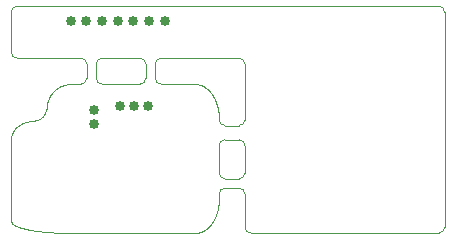
<source format=gbp>
G04*
G04 #@! TF.GenerationSoftware,Altium Limited,Altium Designer,23.10.1 (27)*
G04*
G04 Layer_Color=128*
%FSLAX44Y44*%
%MOMM*%
G71*
G04*
G04 #@! TF.SameCoordinates,CCD2D7E0-A0E0-4381-AC8D-D070E886EAC1*
G04*
G04*
G04 #@! TF.FilePolarity,Positive*
G04*
G01*
G75*
%ADD16C,0.0500*%
%ADD87C,0.8500*%
D16*
X198000Y143000D02*
G03*
X193000Y148000I-5000J0D01*
G01*
X198000Y33000D02*
G03*
X193000Y38000I-5000J0D01*
G01*
Y46000D02*
G03*
X198000Y51000I0J5000D01*
G01*
X198000Y74000D02*
G03*
X193000Y79000I-5000J0D01*
G01*
X193000Y91000D02*
G03*
X198000Y96000I0J5000D01*
G01*
X198000Y5000D02*
G03*
X203000Y0I5000J0D01*
G01*
X64000Y143000D02*
G03*
X59000Y148000I-5000J0D01*
G01*
X77000D02*
G03*
X72000Y143000I0J-5000D01*
G01*
X0Y153000D02*
G03*
X5000Y148000I5000J0D01*
G01*
X127000Y148000D02*
G03*
X122000Y143000I0J-5000D01*
G01*
X114000D02*
G03*
X109000Y148000I-5000J0D01*
G01*
X5000Y192000D02*
G03*
X0Y187000I0J-5000D01*
G01*
X367000D02*
G03*
X362000Y192000I-5000J0D01*
G01*
Y0D02*
G03*
X367000Y5000I0J5000D01*
G01*
X122000Y131000D02*
G03*
X127000Y126000I5000J0D01*
G01*
X59000D02*
G03*
X64000Y131000I0J5000D01*
G01*
X109000Y126000D02*
G03*
X114000Y131000I0J5000D01*
G01*
X72000Y131000D02*
G03*
X77000Y126000I5000J0D01*
G01*
X181000Y79000D02*
G03*
X176000Y74000I0J-5000D01*
G01*
X176000Y96000D02*
G03*
X181000Y91000I5000J0D01*
G01*
X181000Y38000D02*
G03*
X176000Y33000I0J-5000D01*
G01*
X176000Y51000D02*
G03*
X181000Y46000I5000J0D01*
G01*
X20000Y95000D02*
G03*
X30000Y105000I0J10000D01*
G01*
X0Y153000D02*
X0Y187000D01*
X203000Y0D02*
X362000D01*
X64000Y143045D02*
X64000Y131000D01*
X72000Y143000D02*
X72000Y131000D01*
X114000Y143000D02*
X114000Y131000D01*
X122000Y143000D02*
X122000Y131000D01*
X127000Y148000D02*
X193000D01*
X198000Y143000D02*
X198000Y96000D01*
X181000Y91000D02*
X193000D01*
X192000Y79000D02*
X193000D01*
X181000D02*
X192000D01*
X181000Y46000D02*
X193011D01*
X181000Y38000D02*
X193000D01*
X198000Y5000D02*
Y30000D01*
Y33000D01*
Y51000D02*
Y74000D01*
X77000Y148000D02*
X109000D01*
X5000Y148000D02*
X59000D01*
X5000Y192000D02*
X362000Y192000D01*
X367000Y5000D02*
Y187000D01*
X77000Y126000D02*
X109000D01*
X176000Y51000D02*
Y74000D01*
Y30000D02*
Y33000D01*
X127000Y126000D02*
X156000D01*
X175990Y29058D02*
X175998Y29529D01*
X175879Y26708D02*
X175911Y27177D01*
X175800Y25773D02*
X175842Y26240D01*
X175754Y25307D02*
X175800Y25773D01*
X175842Y26240D02*
X175879Y26708D01*
X175978Y28587D02*
X175990Y29058D01*
X175702Y24842D02*
X175754Y25307D01*
X175646Y24379D02*
X175702Y24842D01*
X175961Y28116D02*
X175978Y28587D01*
X175584Y23916D02*
X175646Y24379D01*
X175938Y27646D02*
X175961Y28116D01*
X175911Y27177D02*
X175938Y27646D01*
X175518Y23456D02*
X175584Y23916D01*
X173215Y14729D02*
X173373Y15136D01*
X173526Y15547D01*
X174228Y17655D02*
X174355Y18086D01*
X174097Y17227D02*
X174228Y17655D01*
X173960Y16802D02*
X174097Y17227D01*
X173053Y14325D02*
X173215Y14729D01*
X172887Y13925D02*
X173053Y14325D01*
X173820Y16380D02*
X173960Y16802D01*
X173675Y15962D02*
X173820Y16380D01*
X173526Y15547D02*
X173675Y15962D01*
X174596Y18956D02*
X174709Y19396D01*
X174922Y20282D02*
X175021Y20729D01*
X175447Y22997D02*
X175518Y23456D01*
X175372Y22539D02*
X175447Y22997D01*
X174818Y19838D02*
X174922Y20282D01*
X174709Y19396D02*
X174818Y19838D01*
X175291Y22084D02*
X175372Y22539D01*
X175206Y21630D02*
X175291Y22084D01*
X174478Y18520D02*
X174596Y18956D01*
X175116Y21179D02*
X175206Y21630D01*
X174355Y18086D02*
X174478Y18520D01*
X175021Y20729D02*
X175116Y21179D01*
X168008Y6010D02*
X168258Y6295D01*
X168748Y6885D02*
X168989Y7188D01*
X170142Y8787D02*
X170362Y9123D01*
X168505Y6587D02*
X168748Y6885D01*
X169918Y8456D02*
X170142Y8787D01*
X168258Y6295D02*
X168505Y6587D01*
X169691Y8131D02*
X169918Y8456D01*
X169460Y7811D02*
X169691Y8131D01*
X167756Y5730D02*
X168008Y6010D01*
X169226Y7497D02*
X169460Y7811D01*
X168989Y7188D02*
X169226Y7497D01*
X170362Y9123D02*
X170579Y9464D01*
X167242Y5188D02*
X167500Y5455D01*
X165909Y3941D02*
X166181Y4178D01*
X165635Y3711D02*
X165909Y3941D01*
X165359Y3487D02*
X165635Y3711D01*
X166980Y4926D02*
X167242Y5188D01*
X166716Y4670D02*
X166980Y4926D01*
X165080Y3270D02*
X165359Y3487D01*
X164799Y3059D02*
X165080Y3270D01*
X166450Y4421D02*
X166716Y4670D01*
X164516Y2855D02*
X164799Y3059D01*
X166181Y4178D02*
X166450Y4421D01*
X167500Y5455D02*
X167756Y5730D01*
X162180Y1468D02*
X162478Y1618D01*
X160363Y723D02*
X160669Y829D01*
X160056Y623D02*
X160363Y723D01*
X161881Y1326D02*
X162180Y1468D01*
X159748Y531D02*
X160056Y623D01*
X161580Y1191D02*
X161881Y1326D01*
X161277Y1063D02*
X161580Y1191D01*
X159439Y447D02*
X159748Y531D01*
X159129Y369D02*
X159439Y447D01*
X160974Y943D02*
X161277Y1063D01*
X160669Y829D02*
X160974Y943D01*
X162478Y1618D02*
X162775Y1774D01*
X172542Y13138D02*
X172716Y13529D01*
X171410Y10877D02*
X171609Y11243D01*
X171208Y10517D02*
X171410Y10877D01*
X172363Y12750D02*
X172542Y13138D01*
X172180Y12366D02*
X172363Y12750D01*
X171002Y10161D02*
X171208Y10517D01*
X170793Y9810D02*
X171002Y10161D01*
X171994Y11987D02*
X172180Y12366D01*
X170579Y9464D02*
X170793Y9810D01*
X171803Y11613D02*
X171994Y11987D01*
X172716Y13529D02*
X172887Y13925D01*
X171609Y11243D02*
X171803Y11613D01*
X156000Y0D02*
X156314Y4D01*
X156628Y15D01*
X156942Y33D01*
X157256Y59D01*
X158507Y237D02*
X158818Y299D01*
X158195Y181D02*
X158507Y237D01*
X157882Y133D02*
X158195Y181D01*
X157569Y93D02*
X157882Y133D01*
X157256Y59D02*
X157569Y93D01*
X158818Y299D02*
X159129Y369D01*
X162775Y1774D02*
X163069Y1937D01*
X163943Y2467D02*
X164230Y2658D01*
X163654Y2284D02*
X163943Y2467D01*
X163363Y2107D02*
X163654Y2284D01*
X163069Y1937D02*
X163363Y2107D01*
X164230Y2658D02*
X164516Y2855D01*
X175998Y29529D02*
X176000Y30000D01*
X175990Y96942D02*
X175998Y96471D01*
X175879Y99292D02*
X175911Y98823D01*
X175800Y100227D02*
X175842Y99760D01*
X175754Y100693D02*
X175800Y100227D01*
X175842Y99760D02*
X175879Y99292D01*
X175978Y97413D02*
X175990Y96942D01*
X175702Y101158D02*
X175754Y100693D01*
X175646Y101621D02*
X175702Y101158D01*
X175961Y97884D02*
X175978Y97413D01*
X175584Y102084D02*
X175646Y101621D01*
X175938Y98354D02*
X175961Y97884D01*
X175911Y98823D02*
X175938Y98354D01*
X175518Y102544D02*
X175584Y102084D01*
X173215Y111271D02*
X173373Y110864D01*
X173526Y110453D01*
X174228Y108345D02*
X174355Y107914D01*
X174097Y108773D02*
X174228Y108345D01*
X173960Y109198D02*
X174097Y108773D01*
X173053Y111675D02*
X173215Y111271D01*
X172887Y112075D02*
X173053Y111675D01*
X173820Y109620D02*
X173960Y109198D01*
X173675Y110038D02*
X173820Y109620D01*
X173526Y110453D02*
X173675Y110038D01*
X174596Y107044D02*
X174709Y106604D01*
X174922Y105717D02*
X175021Y105271D01*
X175447Y103003D02*
X175518Y102544D01*
X175372Y103461D02*
X175447Y103003D01*
X174818Y106162D02*
X174922Y105717D01*
X174709Y106604D02*
X174818Y106162D01*
X175291Y103916D02*
X175372Y103461D01*
X175206Y104370D02*
X175291Y103916D01*
X174478Y107480D02*
X174596Y107044D01*
X175116Y104821D02*
X175206Y104370D01*
X174355Y107914D02*
X174478Y107480D01*
X175021Y105271D02*
X175116Y104821D01*
X168008Y119991D02*
X168258Y119705D01*
X168748Y119115D02*
X168989Y118812D01*
X170142Y117213D02*
X170362Y116877D01*
X168505Y119413D02*
X168748Y119115D01*
X169918Y117544D02*
X170142Y117213D01*
X168258Y119705D02*
X168505Y119413D01*
X169691Y117869D02*
X169918Y117544D01*
X169460Y118189D02*
X169691Y117869D01*
X167756Y120270D02*
X168008Y119991D01*
X169226Y118503D02*
X169460Y118189D01*
X168989Y118812D02*
X169226Y118503D01*
X170362Y116877D02*
X170579Y116536D01*
X167242Y120812D02*
X167500Y120544D01*
X165909Y122059D02*
X166181Y121822D01*
X165635Y122289D02*
X165909Y122059D01*
X165359Y122513D02*
X165635Y122289D01*
X166980Y121074D02*
X167242Y120812D01*
X166716Y121330D02*
X166980Y121074D01*
X165080Y122730D02*
X165359Y122513D01*
X164799Y122941D02*
X165080Y122730D01*
X166450Y121579D02*
X166716Y121330D01*
X164516Y123145D02*
X164799Y122941D01*
X166181Y121822D02*
X166450Y121579D01*
X167500Y120544D02*
X167756Y120270D01*
X162180Y124532D02*
X162478Y124382D01*
X160363Y125277D02*
X160669Y125171D01*
X160056Y125377D02*
X160363Y125277D01*
X161881Y124674D02*
X162180Y124532D01*
X159748Y125469D02*
X160056Y125377D01*
X161580Y124809D02*
X161881Y124674D01*
X161277Y124937D02*
X161580Y124809D01*
X159439Y125553D02*
X159748Y125469D01*
X159129Y125631D02*
X159439Y125553D01*
X160974Y125057D02*
X161277Y124937D01*
X160669Y125171D02*
X160974Y125057D01*
X162478Y124382D02*
X162775Y124226D01*
X172542Y112863D02*
X172716Y112471D01*
X171410Y115123D02*
X171609Y114757D01*
X171208Y115483D02*
X171410Y115123D01*
X172363Y113250D02*
X172542Y112863D01*
X172180Y113633D02*
X172363Y113250D01*
X171002Y115839D02*
X171208Y115483D01*
X170793Y116190D02*
X171002Y115839D01*
X171994Y114012D02*
X172180Y113633D01*
X170579Y116536D02*
X170793Y116190D01*
X171803Y114387D02*
X171994Y114012D01*
X172716Y112471D02*
X172887Y112075D01*
X171609Y114757D02*
X171803Y114387D01*
X156000Y126000D02*
X156314Y125996D01*
X156628Y125985D01*
X156942Y125967D01*
X157256Y125941D01*
X158507Y125763D02*
X158818Y125701D01*
X158195Y125819D02*
X158507Y125763D01*
X157882Y125867D02*
X158195Y125819D01*
X157569Y125907D02*
X157882Y125867D01*
X157256Y125941D02*
X157569Y125907D01*
X158818Y125701D02*
X159129Y125631D01*
X162775Y124226D02*
X163069Y124063D01*
X163943Y123533D02*
X164230Y123342D01*
X163654Y123716D02*
X163943Y123533D01*
X163363Y123893D02*
X163654Y123716D01*
X163069Y124063D02*
X163363Y123893D01*
X164230Y123342D02*
X164516Y123145D01*
X175998Y96471D02*
X176000Y96000D01*
X50000Y126000D02*
X59000D01*
X884Y84411D02*
X979Y84635D01*
X628Y83730D02*
X709Y83958D01*
X415Y83042D02*
X482Y83272D01*
X1405Y85522D02*
X1522Y85740D01*
X2785Y87636D02*
X2947Y87837D01*
X4197Y89194D02*
X4391Y89379D01*
X154Y9215D02*
X222Y9059D01*
X616Y8436D02*
X745Y8281D01*
X4792Y89742D02*
X4998Y89920D01*
X5207Y90095D02*
X5421Y90268D01*
X5858Y90607D02*
X6082Y90772D01*
X6309Y90934D02*
X6540Y91095D01*
X7495Y91706D02*
X7742Y91852D01*
X5099Y5601D02*
X5450Y5460D01*
X9550Y92790D02*
X9819Y92911D01*
X10920Y93365D02*
X11201Y93470D01*
X11484Y93572D01*
X6963Y4910D02*
X7368Y4775D01*
X18118Y94933D02*
X18431Y94954D01*
X19058Y94983D02*
X19372Y94993D01*
X30062Y106648D02*
X30089Y106976D01*
X30121Y107304D02*
X30158Y107632D01*
X30354Y108935D02*
X30415Y109258D01*
X31182Y112114D02*
X31291Y112423D01*
X31405Y112731D02*
X31522Y113036D01*
X31772Y113642D02*
X31904Y113941D01*
X32474Y115117D02*
X32627Y115405D01*
X34590Y118386D02*
X34792Y118638D01*
X33063Y591D02*
X33804Y539D01*
X37992Y121793D02*
X38244Y121989D01*
X38758Y122369D02*
X39020Y122552D01*
X39550Y122905D02*
X39819Y123076D01*
X40641Y123559D02*
X40920Y123711D01*
X43522Y124868D02*
X43820Y124972D01*
X44119Y125072D02*
X44420Y125166D01*
X46860Y20D02*
X47645Y11D01*
X48429Y5D01*
X47805Y125873D02*
X48118Y125907D01*
X48431Y125935D02*
X48744Y125959D01*
X49058Y125977D02*
X49372Y125990D01*
X48744Y125959D02*
X49058Y125977D01*
X1522Y85740D02*
X1645Y85957D01*
X1772Y86173D02*
X1903Y86387D01*
X2325Y87019D02*
X2474Y87226D01*
X0Y80000D02*
X3Y80236D01*
X0Y10000D02*
Y80000D01*
X6Y9843D02*
X25Y9686D01*
X55Y9529D02*
X99Y9372D01*
X222Y9059D02*
X302Y8903D01*
X1571Y7513D02*
X1772Y7361D01*
X3228Y6465D02*
X3511Y6319D01*
X3806Y6173D01*
X4430Y5885D02*
X4759Y5742D01*
X5099Y5601D01*
X9819Y92911D02*
X10091Y93029D01*
X5812Y5321D02*
X6185Y5182D01*
X6568Y5045D01*
X9093Y4250D02*
X9549Y4122D01*
X16252Y94734D02*
X16561Y94777D01*
X11474Y3626D02*
X11980Y3505D01*
X17805Y94909D02*
X18118Y94933D01*
X13018Y3270D02*
X13552Y3155D01*
X18744Y94970D02*
X19058Y94983D01*
X30010Y105660D02*
X30022Y105989D01*
X31078Y111802D02*
X31182Y112114D01*
X23875Y1474D02*
X24548Y1393D01*
X25227Y1314D02*
X25912Y1237D01*
X32180Y114534D02*
X32325Y114826D01*
X30143Y822D02*
X30866Y761D01*
X31594Y702D02*
X32326Y646D01*
X36806Y354D02*
X37566Y314D01*
X39020Y122552D02*
X39283Y122731D01*
X40631Y177D02*
X41403Y149D01*
X45295Y44D02*
X46077Y31D01*
X46871Y125742D02*
X47182Y125791D01*
X47493Y125834D01*
X49215Y1D02*
X50000Y0D01*
X482Y83272D02*
X553Y83502D01*
X246Y82346D02*
X298Y82579D01*
X4391Y89379D02*
X4590Y89561D01*
X4792Y89742D01*
X302Y8903D02*
X394Y8747D01*
X745Y8281D02*
X886Y8126D01*
X7992Y91995D02*
X8244Y92135D01*
X3806Y6173D02*
X4112Y6029D01*
X8758Y92406D02*
X9020Y92537D01*
X4112Y6029D02*
X4430Y5885D01*
X6568Y5045D02*
X6963Y4910D01*
X10016Y3996D02*
X10492Y3871D01*
X10978Y3748D01*
X15331Y94586D02*
X15637Y94639D01*
X15944Y94688D02*
X16252Y94734D01*
X17493Y94882D02*
X17805Y94909D01*
X18431Y94954D02*
X18744Y94970D01*
X14094Y3041D02*
X14645Y2929D01*
X30089Y106976D02*
X30121Y107304D01*
X19979Y2003D02*
X20611Y1910D01*
X30628Y110223D02*
X30709Y110541D01*
X22549Y1642D02*
X23209Y1557D01*
X30794Y110859D02*
X30884Y111175D01*
X30979Y111489D02*
X31078Y111802D01*
X31645Y113340D02*
X31772Y113642D01*
X33458Y116804D02*
X33637Y117075D01*
X34998Y118888D02*
X35207Y119133D01*
X33804Y539D02*
X34549Y489D01*
X36540Y120532D02*
X36774Y120752D01*
X37011Y120969D01*
X38500Y122181D02*
X38758Y122369D01*
X39093Y241D02*
X39861Y208D01*
X44513Y60D02*
X45295Y44D01*
X44420Y125166D02*
X44722Y125256D01*
X46077Y31D02*
X46860Y20D01*
X46252Y125628D02*
X46561Y125687D01*
X1182Y85081D02*
X1291Y85302D01*
X1903Y86387D02*
X2039Y86599D01*
X2180Y86810D01*
X22Y80707D02*
X39Y80942D01*
X3113Y88037D02*
X3284Y88235D01*
X3458Y88431D01*
X4006Y89006D02*
X4197Y89194D01*
X394Y8747D02*
X499Y8591D01*
X1985Y7210D02*
X2210Y7060D01*
X2447Y6910D02*
X2696Y6761D01*
X8244Y92135D02*
X8500Y92272D01*
X10091Y93029D02*
X10365Y93145D01*
X8646Y4379D02*
X9093Y4250D01*
X14119Y94337D02*
X14420Y94404D01*
X16561Y94777D02*
X16871Y94815D01*
X17182Y94850D01*
X15204Y2819D02*
X15773Y2710D01*
X30000Y105000D02*
X30003Y105330D01*
X18129Y2295D02*
X18738Y2196D01*
X19355Y2098D02*
X19979Y2003D01*
X20611Y1910D02*
X21250Y1819D01*
X30553Y109902D02*
X30628Y110223D01*
X31522Y113036D02*
X31645Y113340D01*
X25912Y1237D02*
X26604Y1162D01*
X28711Y952D02*
X29424Y886D01*
X34391Y118130D02*
X34590Y118386D01*
X35207Y119133D02*
X35421Y119375D01*
X35638Y119614D01*
X36082Y120081D02*
X36309Y120308D01*
X35298Y442D02*
X36050Y397D01*
X37011Y120969D02*
X37252Y121181D01*
X39283Y122731D02*
X39550Y122905D01*
X41484Y124001D02*
X41770Y124139D01*
X42057Y124273D01*
X42955Y100D02*
X43733Y79D01*
X44722Y125256D02*
X45026Y125340D01*
X45331Y125420D01*
X48429Y5D02*
X49215Y1D01*
X709Y83958D02*
X794Y84185D01*
X553Y83502D02*
X628Y83730D01*
X89Y81412D02*
X121Y81646D01*
X3Y80236D02*
X10Y80471D01*
X62Y81177D02*
X89Y81412D01*
X3637Y88625D02*
X3820Y88817D01*
X0Y10000D02*
X6Y9843D01*
X3820Y88817D02*
X4006Y89006D01*
X4998Y89920D02*
X5207Y90095D01*
X886Y8126D02*
X1039Y7972D01*
X1772Y7361D02*
X1985Y7210D01*
X2210Y7060D02*
X2447Y6910D01*
X2696Y6761D02*
X2956Y6613D01*
X8500Y92272D02*
X8758Y92406D01*
X9283Y92665D02*
X9550Y92790D01*
X12057Y93766D02*
X12346Y93858D01*
X7784Y4642D02*
X8210Y4510D01*
X14420Y94404D02*
X14723Y94468D01*
X15637Y94639D02*
X15944Y94688D01*
X30199Y107959D02*
X30246Y108285D01*
X21250Y1819D02*
X21896Y1729D01*
X30482Y109581D02*
X30553Y109902D01*
X30709Y110541D02*
X30794Y110859D01*
X30884Y111175D02*
X30979Y111489D01*
X32325Y114826D02*
X32474Y115117D01*
X33284Y116530D02*
X33458Y116804D01*
X34197Y117871D02*
X34391Y118130D01*
X34792Y118638D02*
X34998Y118888D01*
X34549Y489D02*
X35298Y442D01*
X37495Y121389D02*
X37742Y121593D01*
X36050Y397D02*
X36806Y354D01*
X37566Y314D02*
X38328Y276D01*
X42178Y123D02*
X42955Y100D01*
X42638Y124525D02*
X42930Y124644D01*
X43225Y124759D02*
X43522Y124868D01*
X43820Y124972D02*
X44119Y125072D01*
X45637Y125494D02*
X45944Y125564D01*
X46561Y125687D02*
X46871Y125742D01*
X979Y84635D02*
X1078Y84859D01*
X1182Y85081D01*
X1645Y85957D02*
X1772Y86173D01*
X200Y82114D02*
X246Y82346D01*
X121Y81646D02*
X158Y81880D01*
X39Y80942D02*
X62Y81177D01*
X10Y80471D02*
X22Y80707D01*
X5421Y90268D02*
X5638Y90439D01*
X1382Y7666D02*
X1571Y7513D01*
X6540Y91095D02*
X6774Y91252D01*
X7011Y91406D01*
X7251Y91558D01*
X7495Y91706D01*
X2956Y6613D02*
X3228Y6465D01*
X10641Y93257D02*
X10920Y93365D01*
X7368Y4775D02*
X7784Y4642D01*
X12637Y93947D02*
X12931Y94032D01*
X13225Y94113D01*
X13522Y94191D02*
X13820Y94266D01*
X15026Y94529D02*
X15331Y94586D01*
X9549Y4122D02*
X10016Y3996D01*
X10978Y3748D02*
X11474Y3626D01*
X19372Y94993D02*
X19686Y94998D01*
X30003Y105330D02*
X30010Y105660D01*
X30022Y105989D02*
X30040Y106319D01*
X30062Y106648D01*
X18738Y2196D02*
X19355Y2098D01*
X30246Y108285D02*
X30298Y108610D01*
X32947Y115972D02*
X33113Y116252D01*
X29424Y886D02*
X30143Y822D01*
X34006Y117609D02*
X34197Y117871D01*
X30866Y761D02*
X31594Y702D01*
X32326Y646D02*
X33063Y591D01*
X37252Y121181D02*
X37495Y121389D01*
X39819Y123076D02*
X40091Y123241D01*
X42057Y124273D02*
X42346Y124402D01*
X42638Y124525D01*
X42930Y124644D02*
X43225Y124759D01*
X49372Y125990D02*
X49686Y125997D01*
X50000Y0D02*
X156000D01*
X298Y82579D02*
X354Y82811D01*
X2627Y87432D02*
X2785Y87636D01*
X3458Y88431D02*
X3637Y88625D01*
X25Y9686D02*
X55Y9529D01*
X499Y8591D02*
X616Y8436D01*
X5638Y90439D02*
X5858Y90607D01*
X1204Y7819D02*
X1382Y7666D01*
X6082Y90772D02*
X6309Y90934D01*
X9020Y92537D02*
X9283Y92665D01*
X10365Y93145D02*
X10641Y93257D01*
X11770Y93671D02*
X12057Y93766D01*
X12346Y93858D02*
X12637Y93947D01*
X13225Y94113D02*
X13522Y94191D01*
X14723Y94468D02*
X15026Y94529D01*
X11980Y3505D02*
X12494Y3387D01*
X13552Y3155D02*
X14094Y3041D01*
X14645Y2929D02*
X15204Y2819D01*
X15773Y2710D02*
X16349Y2604D01*
X16934Y2499D01*
X30158Y107632D02*
X30199Y107959D01*
X30298Y108610D02*
X30354Y108935D01*
X30415Y109258D02*
X30482Y109581D01*
X21896Y1729D02*
X22549Y1642D01*
X32039Y114239D02*
X32180Y114534D01*
X32627Y115405D02*
X32785Y115690D01*
X27301Y1090D02*
X28003Y1020D01*
X28711Y952D01*
X32785Y115690D02*
X32947Y115972D01*
X35638Y119614D02*
X35858Y119849D01*
X37742Y121593D02*
X37992Y121793D01*
X39861Y208D02*
X40631Y177D01*
X41403Y149D02*
X42178Y123D01*
X40920Y123711D02*
X41201Y123859D01*
X45944Y125564D02*
X46252Y125628D01*
X794Y84185D02*
X884Y84411D01*
X1291Y85302D02*
X1405Y85522D01*
X354Y82811D02*
X415Y83042D01*
X158Y81880D02*
X200Y82114D01*
X2180Y86810D02*
X2325Y87019D01*
X2474Y87226D02*
X2627Y87432D01*
X2947Y87837D02*
X3113Y88037D01*
X99Y9372D02*
X154Y9215D01*
X1039Y7972D02*
X1204Y7819D01*
X7742Y91852D02*
X7992Y91995D01*
X5450Y5460D02*
X5812Y5321D01*
X11484Y93572D02*
X11770Y93671D01*
X8210Y4510D02*
X8646Y4379D01*
X13820Y94266D02*
X14119Y94337D01*
X17182Y94850D02*
X17493Y94882D01*
X12494Y3387D02*
X13018Y3270D01*
X19686Y94998D02*
X20000Y95000D01*
X16934Y2499D02*
X17528Y2396D01*
X18129Y2295D01*
X23209Y1557D02*
X23875Y1474D01*
X31291Y112423D02*
X31405Y112731D01*
X24548Y1393D02*
X25227Y1314D01*
X31904Y113941D02*
X32039Y114239D01*
X26604Y1162D02*
X27301Y1090D01*
X33113Y116252D02*
X33284Y116530D01*
X33637Y117075D02*
X33820Y117344D01*
X34006Y117609D01*
X35858Y119849D02*
X36082Y120081D01*
X36309Y120308D02*
X36540Y120532D01*
X38244Y121989D02*
X38500Y122181D01*
X38328Y276D02*
X39093Y241D01*
X40091Y123241D02*
X40365Y123402D01*
X40641Y123559D01*
X41201Y123859D02*
X41484Y124001D01*
X43733Y79D02*
X44513Y60D01*
X45331Y125420D02*
X45637Y125494D01*
X47493Y125834D02*
X47805Y125873D01*
X48118Y125907D02*
X48431Y125935D01*
X49686Y125997D02*
X50000Y126000D01*
D87*
X92469Y107500D02*
D03*
X70000Y92000D02*
D03*
X116000Y107500D02*
D03*
X104000D02*
D03*
X70000Y104000D02*
D03*
X50496Y179250D02*
D03*
X76997D02*
D03*
X90248D02*
D03*
X103499D02*
D03*
X116749Y179728D02*
D03*
X130000Y179250D02*
D03*
X63747D02*
D03*
M02*

</source>
